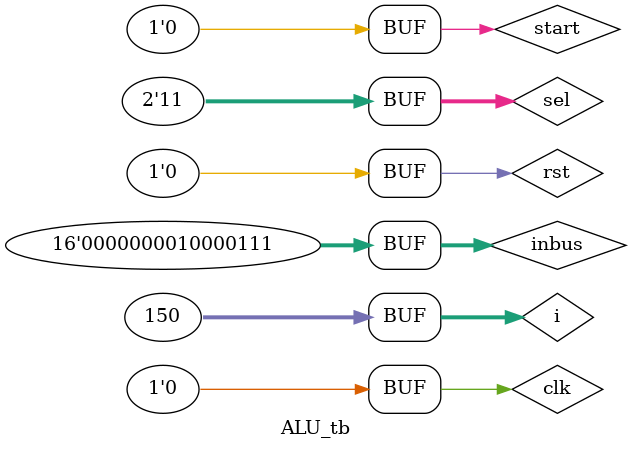
<source format=v>
`include"Parallel_Adder.v"
`include"counter.v"
`include"control_unit.v"
`include"ushift.v"

module ALU(
	input clk, rst, start,
	input[1:0] sel,
	input[15:0] inbus, //am pus inbus pe 16 biti
	output wire[15:0] outbus,
	output finish
);

wire [7:0] A, Q, M;
wire sign, cnt7, cout;

wire[8:0]sum;
wire[12:0]c;

reg q_min1_reg, sign_reg;

always @(posedge clk or posedge rst) begin
    if (rst) begin
        sign_reg <= 1'b0;
        q_min1_reg <= 1'b0;
    end
    else begin
        // Logica combinatorie pentru a seta valoarea corect? a 'sign'
        if (c[2]) 
            sign_reg <= 1'b0;
        else if (c[7])
            q_min1_reg <= Q[0];  // Actualizezi q_min1_reg când c[7] este activ
	else if(c[4])
	     sign_reg<=sum[8];
    end
end

assign q_min1 = q_min1_reg;
assign sign = sign_reg;

counter contor(
	.clk(clk),
	.rst(rst),
	.c8(c[8]),
	.c9(c[9]),
	.cnt7(cnt7)
);

control_unit unitate(
	.clk(clk),
	.rst(rst),
	.start(start),
	.sel(sel),
	.q_0(Q[0]),
	.q_min1(q_min1),
	.sign(sign),
	.cnt7(cnt7),
	.c(c),
	.finish(finish)
);

Parallel_Adder adder(
	.x({1'b0|c[5],M^{8{c[5]}}}),
	.y({sign,A} & {9{c[4]}} | {{sign,A} & {9{c[10]}}}), //am modificat aici sa faca adunarea cand e activ c4
	.cin(c[5]),
	.z(sum),
	.cout()
);

ushift #(.WIDTH(8)) reg_A(
	.clk(clk),
	.reset(rst),
	.sel({2{c[0]}} | {2{c[1]}} | {2{c[4]}} | {1'b0, c[7]} | {c[6], 1'b0} | {2{c[2]}}),
	.bsRight(A[7] & c[7]),
	.bsLeft(Q[7] & c[6]),
	.a(
		({8{c[0]}} & inbus[7:0]) |
		({8{c[4]}} & sum[7:0]) |
		({8{c[1]}} & 8'b00000000) |
		({8{c[2]}} & inbus[15:8])
	),
	.a_shifted(A)
);


ushift #(.WIDTH(8)) reg_Q(
	.clk(clk),
	.reset(rst),
	.sel({2{c[1]}} | {1'b0, c[7]} | {c[6], 1'b0} | {2{c[2]}} | {2{c[8]}}),
	.bsRight(A[0]),
	.bsLeft(1'b0), 
	.a(
		({8{c[1]}} & inbus[7:0]) | 
		({8{c[2]}} & inbus[7:0]) | 
		({8{c[8]}} & {Q[7:1], ~sign}) 
	),
	.a_shifted(Q)
);


ushift #(.WIDTH(8)) reg_M(
	.clk(clk),
	.reset(rst),
	//.clr(1'b0),
	//.ld(c[3]),
	.sel( ({2{c[3]}}) ),
	.bsRight(1'b0),
	.bsLeft(1'b0),
	.a(({8{c[3]}} & inbus[7:0])),
	.a_shifted(M)
);

ushift #(.WIDTH(16)) outbussy(
	.clk(clk),
	.reset(rst),
	//.clr(1'b0),
	//.ld(c[11]),
	.sel( ({2{c[11]}}) | ({2{c[12]}}) ),
	.bsRight(1'b0),
	.bsLeft(1'b0),
	.a({{8{1'b0}}, {8{c[11]}} & A} | {{{8{c[12]}} & A}, {8{c[12]}} & Q}),
	.a_shifted(outbus)
);

endmodule

module ALU_tb;
	reg clk, rst, start;
	reg[1:0] sel;
	reg[15:0] inbus;
	wire[15:0] outbus;
	wire finish;


ALU a(
	.clk(clk),
	.rst(rst),
	.start(start),
	.sel(sel),
	.inbus(inbus),
	.outbus(outbus),
	.finish(finish)
);


initial begin
        $dumpfile("dump.vcd");
        $dumpvars;
        clk=0;
        rst=0;
        start=0;
        sel=2'b00;
        inbus=0;
    end


integer i;
initial begin
    for(i = 0; i < 150; i = i + 1) begin
        #10 clk = ~clk;
    end
end

// Reset scurt la început
initial begin
    #5  rst = 1;
    #15 rst = 0;
end

// Furnizam valorile de input si controlam "start"
initial begin
#20;
//adunare
start = 1; 
sel = 2'b00;
inbus = 8'd40; // A
#20;
start = 0;
#20;
inbus = 8'd12; // M
#70;
//scadere
rst=1;
start=0;
#10;
rst=0;
start = 1; 
sel = 2'b01;
inbus = 8'd40; // A
#20;
start = 0;
#20;
inbus = 8'd12; // M
#70;
//inmultire
rst=1;
start=0;
#40;
rst=0;
start = 1; 
sel = 2'b10;
inbus = 8'd40; // Q
#20;
start = 0;
#20;
inbus = 8'd12; // M
#500
//impartire
rst=1;
start=0;
#40;
rst=0;
start = 1; 
sel = 2'b11;
inbus = 16'd11542; // A.Q
#20;
start = 0;
#20;
inbus = 8'd135; // M
end

initial begin
    $display("Time\tclk\trst\tstart\tsel\tinbus\tsign\tA\tQ\tq_min1\tM\tc0\tc1\tc2\tc3\tc4\tc5\tc6\tc7\tc8\tc9\tc10\tc11\tc12\tcnt7\toutbus\tfinish");
    $monitor("%0t\t%b\t%b\t%b\t%02b\t%0d\t%b\t%0d\t%0d\t%b\t%0d\t%b\t%b\t%b\t%b\t%b\t%b\t%b\t%b\t%b\t%b\t%b\t%b\t%b\t%0d\t%0d\t%b", 
        $time, clk, rst, start, sel, inbus, 
        a.sign, a.A, a.Q, a.q_min1, a.M,
        a.c[0], a.c[1], a.c[2], a.c[3], a.c[4], a.c[5], a.c[6], a.c[7], a.c[8], a.c[9], a.c[10], a.c[11], a.c[12],
        a.cnt7, outbus, finish);
end


endmodule

</source>
